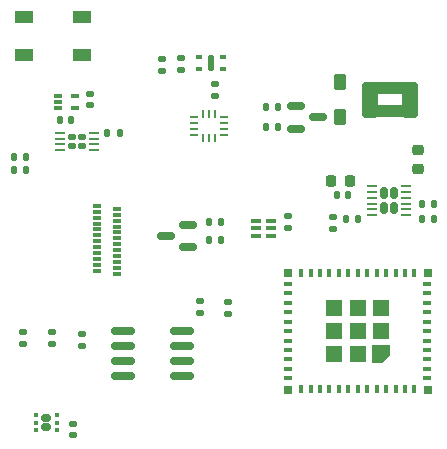
<source format=gbr>
%TF.GenerationSoftware,KiCad,Pcbnew,9.0.4*%
%TF.CreationDate,2025-09-25T23:06:36-04:00*%
%TF.ProjectId,Smarter Watch Stuff,536d6172-7465-4722-9057-617463682053,rev?*%
%TF.SameCoordinates,Original*%
%TF.FileFunction,Paste,Top*%
%TF.FilePolarity,Positive*%
%FSLAX46Y46*%
G04 Gerber Fmt 4.6, Leading zero omitted, Abs format (unit mm)*
G04 Created by KiCad (PCBNEW 9.0.4) date 2025-09-25 23:06:36*
%MOMM*%
%LPD*%
G01*
G04 APERTURE LIST*
G04 Aperture macros list*
%AMRoundRect*
0 Rectangle with rounded corners*
0 $1 Rounding radius*
0 $2 $3 $4 $5 $6 $7 $8 $9 X,Y pos of 4 corners*
0 Add a 4 corners polygon primitive as box body*
4,1,4,$2,$3,$4,$5,$6,$7,$8,$9,$2,$3,0*
0 Add four circle primitives for the rounded corners*
1,1,$1+$1,$2,$3*
1,1,$1+$1,$4,$5*
1,1,$1+$1,$6,$7*
1,1,$1+$1,$8,$9*
0 Add four rect primitives between the rounded corners*
20,1,$1+$1,$2,$3,$4,$5,0*
20,1,$1+$1,$4,$5,$6,$7,0*
20,1,$1+$1,$6,$7,$8,$9,0*
20,1,$1+$1,$8,$9,$2,$3,0*%
%AMOutline5P*
0 Free polygon, 5 corners , with rotation*
0 The origin of the aperture is its center*
0 number of corners: always 5*
0 $1 to $10 corner X, Y*
0 $11 Rotation angle, in degrees counterclockwise*
0 create outline with 5 corners*
4,1,5,$1,$2,$3,$4,$5,$6,$7,$8,$9,$10,$1,$2,$11*%
%AMOutline6P*
0 Free polygon, 6 corners , with rotation*
0 The origin of the aperture is its center*
0 number of corners: always 6*
0 $1 to $12 corner X, Y*
0 $13 Rotation angle, in degrees counterclockwise*
0 create outline with 6 corners*
4,1,6,$1,$2,$3,$4,$5,$6,$7,$8,$9,$10,$11,$12,$1,$2,$13*%
%AMOutline7P*
0 Free polygon, 7 corners , with rotation*
0 The origin of the aperture is its center*
0 number of corners: always 7*
0 $1 to $14 corner X, Y*
0 $15 Rotation angle, in degrees counterclockwise*
0 create outline with 7 corners*
4,1,7,$1,$2,$3,$4,$5,$6,$7,$8,$9,$10,$11,$12,$13,$14,$1,$2,$15*%
%AMOutline8P*
0 Free polygon, 8 corners , with rotation*
0 The origin of the aperture is its center*
0 number of corners: always 8*
0 $1 to $16 corner X, Y*
0 $17 Rotation angle, in degrees counterclockwise*
0 create outline with 8 corners*
4,1,8,$1,$2,$3,$4,$5,$6,$7,$8,$9,$10,$11,$12,$13,$14,$15,$16,$1,$2,$17*%
G04 Aperture macros list end*
%ADD10RoundRect,0.160000X-0.160000X-0.345000X0.160000X-0.345000X0.160000X0.345000X-0.160000X0.345000X0*%
%ADD11RoundRect,0.062500X-0.362500X-0.062500X0.362500X-0.062500X0.362500X0.062500X-0.362500X0.062500X0*%
%ADD12RoundRect,0.195000X-0.455000X-1.305000X0.455000X-1.305000X0.455000X1.305000X-0.455000X1.305000X0*%
%ADD13RoundRect,0.150000X-2.150000X-0.350000X2.150000X-0.350000X2.150000X0.350000X-2.150000X0.350000X0*%
%ADD14RoundRect,0.165000X-0.385000X-0.485000X0.385000X-0.485000X0.385000X0.485000X-0.385000X0.485000X0*%
%ADD15RoundRect,0.135000X-0.185000X0.135000X-0.185000X-0.135000X0.185000X-0.135000X0.185000X0.135000X0*%
%ADD16R,0.700000X0.300000*%
%ADD17RoundRect,0.100000X-0.337500X-0.100000X0.337500X-0.100000X0.337500X0.100000X-0.337500X0.100000X0*%
%ADD18RoundRect,0.135000X0.185000X-0.135000X0.185000X0.135000X-0.185000X0.135000X-0.185000X-0.135000X0*%
%ADD19RoundRect,0.147500X-0.147500X-0.172500X0.147500X-0.172500X0.147500X0.172500X-0.147500X0.172500X0*%
%ADD20RoundRect,0.135000X0.135000X0.185000X-0.135000X0.185000X-0.135000X-0.185000X0.135000X-0.185000X0*%
%ADD21RoundRect,0.140000X0.140000X0.170000X-0.140000X0.170000X-0.140000X-0.170000X0.140000X-0.170000X0*%
%ADD22RoundRect,0.150000X-0.587500X-0.150000X0.587500X-0.150000X0.587500X0.150000X-0.587500X0.150000X0*%
%ADD23RoundRect,0.225000X0.250000X-0.225000X0.250000X0.225000X-0.250000X0.225000X-0.250000X-0.225000X0*%
%ADD24RoundRect,0.140000X0.170000X-0.140000X0.170000X0.140000X-0.170000X0.140000X-0.170000X-0.140000X0*%
%ADD25R,0.800000X0.400000*%
%ADD26R,0.400000X0.800000*%
%ADD27Outline5P,-0.725000X0.130500X-0.130500X0.725000X0.725000X0.725000X0.725000X-0.725000X-0.725000X-0.725000X180.000000*%
%ADD28R,1.450000X1.450000*%
%ADD29R,0.700000X0.700000*%
%ADD30RoundRect,0.140000X-0.170000X0.140000X-0.170000X-0.140000X0.170000X-0.140000X0.170000X0.140000X0*%
%ADD31RoundRect,0.150000X0.587500X0.150000X-0.587500X0.150000X-0.587500X-0.150000X0.587500X-0.150000X0*%
%ADD32RoundRect,0.150000X-0.825000X-0.150000X0.825000X-0.150000X0.825000X0.150000X-0.825000X0.150000X0*%
%ADD33R,0.675000X0.250000*%
%ADD34R,0.250000X0.675000*%
%ADD35RoundRect,0.135000X-0.135000X-0.185000X0.135000X-0.185000X0.135000X0.185000X-0.135000X0.185000X0*%
%ADD36RoundRect,0.160000X-0.245000X-0.160000X0.245000X-0.160000X0.245000X0.160000X-0.245000X0.160000X0*%
%ADD37RoundRect,0.093750X-0.093750X-0.106250X0.093750X-0.106250X0.093750X0.106250X-0.093750X0.106250X0*%
%ADD38R,1.500000X1.000000*%
%ADD39RoundRect,0.225000X0.225000X0.250000X-0.225000X0.250000X-0.225000X-0.250000X0.225000X-0.250000X0*%
%ADD40RoundRect,0.087500X-0.187500X-0.087500X0.187500X-0.087500X0.187500X0.087500X-0.187500X0.087500X0*%
%ADD41RoundRect,0.125000X-0.125000X-0.575000X0.125000X-0.575000X0.125000X0.575000X-0.125000X0.575000X0*%
%ADD42RoundRect,0.087500X0.187500X0.087500X-0.187500X0.087500X-0.187500X-0.087500X0.187500X-0.087500X0*%
%ADD43RoundRect,0.087500X-0.250000X-0.087500X0.250000X-0.087500X0.250000X0.087500X-0.250000X0.087500X0*%
%ADD44RoundRect,0.140000X-0.205000X-0.140000X0.205000X-0.140000X0.205000X0.140000X-0.205000X0.140000X0*%
%ADD45RoundRect,0.062500X-0.337500X-0.062500X0.337500X-0.062500X0.337500X0.062500X-0.337500X0.062500X0*%
G04 APERTURE END LIST*
D10*
%TO.C,U13*%
X64625000Y-76925000D03*
X64625000Y-78175000D03*
X65425000Y-76925000D03*
X65425000Y-78175000D03*
D11*
X63600000Y-76300000D03*
X63600000Y-76800000D03*
X63600000Y-77300000D03*
X63600000Y-77800000D03*
X63600000Y-78300000D03*
X63600000Y-78800000D03*
X66450000Y-78800000D03*
X66450000Y-78300000D03*
X66450000Y-77800000D03*
X66450000Y-77300000D03*
X66450000Y-76800000D03*
X66450000Y-76300000D03*
%TD*%
D12*
%TO.C,M1*%
X63400000Y-69000000D03*
D13*
X65100000Y-68000000D03*
X65100000Y-70000000D03*
D12*
X66800000Y-69000000D03*
D14*
X60900000Y-67500000D03*
X60900000Y-70500000D03*
%TD*%
D15*
%TO.C,R18*%
X34000000Y-88690000D03*
X34000000Y-89710000D03*
%TD*%
D16*
%TO.C,J3*%
X42020000Y-78250000D03*
X42020000Y-78750000D03*
X42020000Y-79250000D03*
X42020000Y-79750000D03*
X42020000Y-80250000D03*
X42020000Y-80750000D03*
X42020000Y-81250000D03*
X42020000Y-81750000D03*
X42020000Y-82250000D03*
X42020000Y-82750000D03*
X42020000Y-83250000D03*
X42020000Y-83750000D03*
X40320000Y-83500000D03*
X40320000Y-83000000D03*
X40320000Y-82500000D03*
X40320000Y-82000000D03*
X40320000Y-81500000D03*
X40320000Y-81000000D03*
X40320000Y-80500000D03*
X40320000Y-80000000D03*
X40320000Y-79500000D03*
X40320000Y-79000000D03*
X40320000Y-78500000D03*
X40320000Y-78000000D03*
%TD*%
D15*
%TO.C,R7*%
X51400000Y-86100000D03*
X51400000Y-87120000D03*
%TD*%
D17*
%TO.C,U2*%
X53750000Y-79250000D03*
X53750000Y-79900000D03*
X53750000Y-80550000D03*
X55025000Y-80550000D03*
X55025000Y-79900000D03*
X55025000Y-79250000D03*
%TD*%
D18*
%TO.C,R9*%
X47400000Y-66520000D03*
X47400000Y-65500000D03*
%TD*%
D15*
%TO.C,R16*%
X39000000Y-88843641D03*
X39000000Y-89863641D03*
%TD*%
D19*
%TO.C,D1*%
X33280000Y-75000000D03*
X34250000Y-75000000D03*
%TD*%
D15*
%TO.C,R4*%
X60300000Y-78980000D03*
X60300000Y-80000000D03*
%TD*%
D20*
%TO.C,R10*%
X50820000Y-79400000D03*
X49800000Y-79400000D03*
%TD*%
D21*
%TO.C,C5*%
X38080000Y-70700000D03*
X37120000Y-70700000D03*
%TD*%
D22*
%TO.C,Q4*%
X57125000Y-69550000D03*
X57125000Y-71450000D03*
X59000000Y-70500000D03*
%TD*%
D20*
%TO.C,R22*%
X68810000Y-77800000D03*
X67790000Y-77800000D03*
%TD*%
D23*
%TO.C,C15*%
X67500000Y-74850000D03*
X67500000Y-73300000D03*
%TD*%
D18*
%TO.C,R8*%
X45800000Y-66620000D03*
X45800000Y-65600000D03*
%TD*%
D24*
%TO.C,C4*%
X56500000Y-79860000D03*
X56500000Y-78900000D03*
%TD*%
D25*
%TO.C,U5*%
X68275000Y-92600000D03*
X68275000Y-91800000D03*
X68275000Y-91000000D03*
X68275000Y-90200000D03*
X68275000Y-89400000D03*
X68275000Y-88600000D03*
X68275000Y-87800000D03*
X68275000Y-87000000D03*
X68275000Y-86200000D03*
X68275000Y-85400000D03*
X68275000Y-84600000D03*
D26*
X67175000Y-83700000D03*
X66375000Y-83700000D03*
X65575000Y-83700000D03*
X64775000Y-83700000D03*
X63975000Y-83700000D03*
X63175000Y-83700000D03*
X62375000Y-83700000D03*
X61575000Y-83700000D03*
X60775000Y-83700000D03*
X59975000Y-83700000D03*
X59175000Y-83700000D03*
X58375000Y-83700000D03*
X57575000Y-83700000D03*
D25*
X56475000Y-84600000D03*
X56475000Y-85400000D03*
X56475000Y-86200000D03*
X56475000Y-87000000D03*
X56475000Y-87800000D03*
X56475000Y-88600000D03*
X56475000Y-89400000D03*
X56475000Y-90200000D03*
X56475000Y-91000000D03*
X56475000Y-91800000D03*
X56475000Y-92600000D03*
D26*
X57575000Y-93500000D03*
X58375000Y-93500000D03*
X59175000Y-93500000D03*
X59975000Y-93500000D03*
X60775000Y-93500000D03*
X61575000Y-93500000D03*
X62375000Y-93500000D03*
X63175000Y-93500000D03*
X63975000Y-93500000D03*
X64775000Y-93500000D03*
X65575000Y-93500000D03*
X66375000Y-93500000D03*
X67175000Y-93500000D03*
D27*
X64350000Y-90575000D03*
D28*
X64350000Y-88600000D03*
X64350000Y-86625000D03*
X62375000Y-90575000D03*
X62375000Y-88600000D03*
X62375000Y-86625000D03*
X60400000Y-90575000D03*
X60400000Y-88600000D03*
X60400000Y-86625000D03*
D29*
X56425000Y-93550000D03*
X56425000Y-83650000D03*
X68325000Y-83650000D03*
X68325000Y-93550000D03*
%TD*%
D30*
%TO.C,C14*%
X50300000Y-67720000D03*
X50300000Y-68680000D03*
%TD*%
D31*
%TO.C,Q1*%
X48000000Y-81500000D03*
X48000000Y-79600000D03*
X46125000Y-80550000D03*
%TD*%
D32*
%TO.C,U12*%
X42525000Y-88595000D03*
X42525000Y-89865000D03*
X42525000Y-91135000D03*
X42525000Y-92405000D03*
X47475000Y-92405000D03*
X47475000Y-91135000D03*
X47475000Y-89865000D03*
X47475000Y-88595000D03*
%TD*%
D33*
%TO.C,U11*%
X51025000Y-72000000D03*
X51025000Y-71500000D03*
X51025000Y-71000000D03*
X51025000Y-70500000D03*
D34*
X50262500Y-70237500D03*
X49762500Y-70237500D03*
X49262500Y-70237500D03*
D33*
X48500000Y-70500000D03*
X48500000Y-71000000D03*
X48500000Y-71500000D03*
X48500000Y-72000000D03*
D34*
X49262500Y-72262500D03*
X49762500Y-72262500D03*
X50262500Y-72262500D03*
%TD*%
D35*
%TO.C,R1*%
X41180000Y-71800000D03*
X42200000Y-71800000D03*
%TD*%
D24*
%TO.C,C8*%
X38300000Y-97400000D03*
X38300000Y-96440000D03*
%TD*%
D36*
%TO.C,U7*%
X36012500Y-95950000D03*
X36012500Y-96750000D03*
D37*
X35125000Y-95700000D03*
X35125000Y-96350000D03*
X35125000Y-97000000D03*
X36900000Y-97000000D03*
X36900000Y-96350000D03*
X36900000Y-95700000D03*
%TD*%
D35*
%TO.C,R19*%
X54590000Y-71300000D03*
X55610000Y-71300000D03*
%TD*%
%TO.C,R23*%
X61390000Y-79100000D03*
X62410000Y-79100000D03*
%TD*%
D38*
%TO.C,D2*%
X34100000Y-62000000D03*
X34100000Y-65200000D03*
X39000000Y-65200000D03*
X39000000Y-62000000D03*
%TD*%
D15*
%TO.C,R6*%
X49000000Y-86080000D03*
X49000000Y-87100000D03*
%TD*%
%TO.C,R17*%
X36500000Y-88690000D03*
X36500000Y-89710000D03*
%TD*%
D24*
%TO.C,C7*%
X39700000Y-69460000D03*
X39700000Y-68500000D03*
%TD*%
D39*
%TO.C,C17*%
X61675000Y-75900000D03*
X60125000Y-75900000D03*
%TD*%
D40*
%TO.C,U6*%
X48900000Y-65400000D03*
X48900000Y-66400000D03*
D41*
X49925000Y-65900000D03*
D42*
X50950000Y-65400000D03*
X50950000Y-66400000D03*
%TD*%
D20*
%TO.C,R21*%
X68810000Y-79100000D03*
X67790000Y-79100000D03*
%TD*%
D21*
%TO.C,C16*%
X61580000Y-77100000D03*
X60620000Y-77100000D03*
%TD*%
D20*
%TO.C,R11*%
X50810000Y-80900000D03*
X49790000Y-80900000D03*
%TD*%
D43*
%TO.C,U4*%
X37000000Y-68700000D03*
X37000000Y-69200000D03*
X37000000Y-69700000D03*
X38425000Y-69700000D03*
X38425000Y-68700000D03*
%TD*%
D20*
%TO.C,R20*%
X55610000Y-69600000D03*
X54590000Y-69600000D03*
%TD*%
D35*
%TO.C,R2*%
X33290000Y-73900000D03*
X34310000Y-73900000D03*
%TD*%
D44*
%TO.C,U3*%
X38200000Y-72900000D03*
X38200000Y-72200000D03*
X39050000Y-72900000D03*
X39050000Y-72200000D03*
D45*
X37175000Y-71800000D03*
X37175000Y-72300000D03*
X37175000Y-72800000D03*
X37175000Y-73300000D03*
X40075000Y-73300000D03*
X40075000Y-72800000D03*
X40075000Y-72300000D03*
X40075000Y-71800000D03*
%TD*%
M02*

</source>
